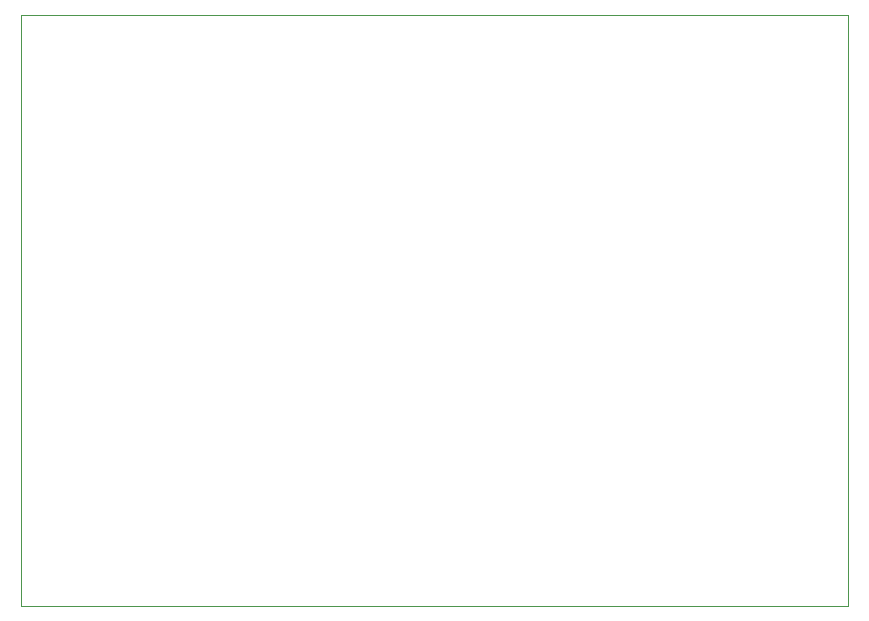
<source format=gbr>
%TF.GenerationSoftware,KiCad,Pcbnew,(6.0.7)*%
%TF.CreationDate,2022-10-30T17:48:50+07:00*%
%TF.ProjectId,dd,64642e6b-6963-4616-945f-706362585858,rev?*%
%TF.SameCoordinates,Original*%
%TF.FileFunction,Profile,NP*%
%FSLAX46Y46*%
G04 Gerber Fmt 4.6, Leading zero omitted, Abs format (unit mm)*
G04 Created by KiCad (PCBNEW (6.0.7)) date 2022-10-30 17:48:50*
%MOMM*%
%LPD*%
G01*
G04 APERTURE LIST*
%TA.AperFunction,Profile*%
%ADD10C,0.100000*%
%TD*%
G04 APERTURE END LIST*
D10*
X82000000Y-45000000D02*
X152000000Y-45000000D01*
X152000000Y-45000000D02*
X152000000Y-95000000D01*
X152000000Y-95000000D02*
X82000000Y-95000000D01*
X82000000Y-95000000D02*
X82000000Y-45000000D01*
M02*

</source>
